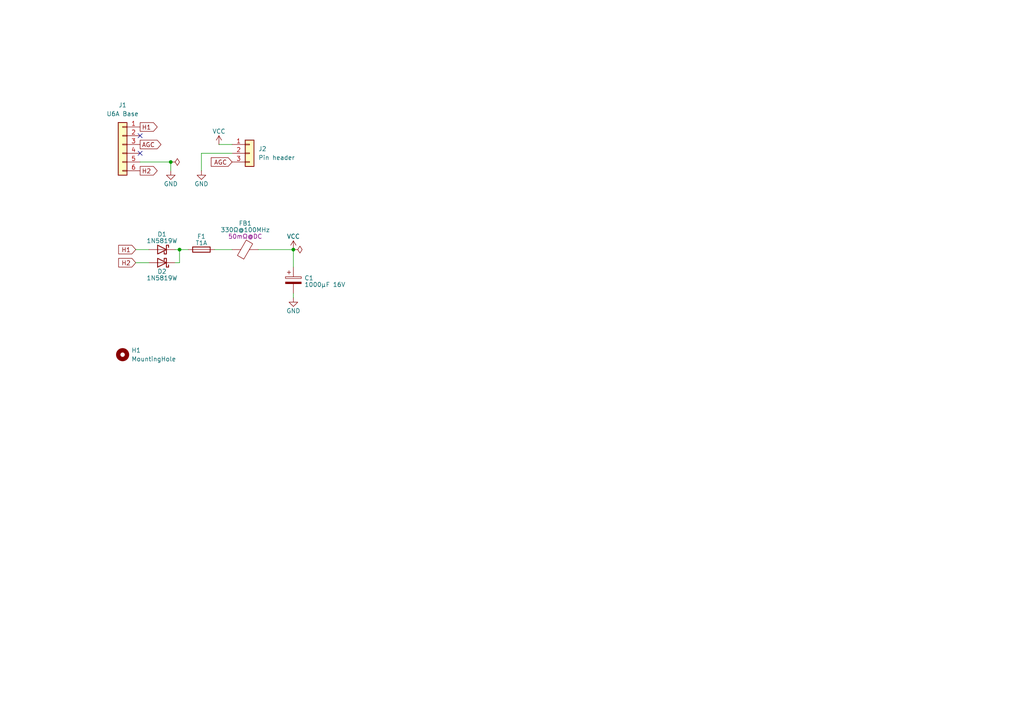
<source format=kicad_sch>
(kicad_sch (version 20231120) (generator "eeschema") (generator_version "8.0")
  (paper "A4")
  (lib_symbols
    (symbol "Connector_Generic:Conn_01x03" (pin_names (offset 1.016) hide)
      (property "Reference" "J" (at 0 5.08 0))
      (property "Value" "Conn_01x03" (at 0 -5.08 0))
      (symbol "Conn_01x03_1_1"
        (rectangle (start -1.27 -2.413) (end 0 -2.667) (stroke (width 0.1524)))
        (rectangle (start -1.27 0.127) (end 0 -0.127) (stroke (width 0.1524)))
        (rectangle (start -1.27 2.667) (end 0 2.413) (stroke (width 0.1524)))
        (rectangle (start -1.27 3.81) (end 1.27 -3.81) (stroke (width 0.254)) (fill (type background)))
        (pin passive line (at -5.08 2.54 0) (length 3.81) (name "Pin_1") (number "1"))
        (pin passive line (at -5.08 0 0) (length 3.81) (name "Pin_2") (number "2"))
        (pin passive line (at -5.08 -2.54 0) (length 3.81) (name "Pin_3") (number "3"))
      )
    )
    (symbol "Connector_Generic:Conn_01x06" (pin_names (offset 1.016) hide)
      (property "Reference" "J" (at 0 7.62 0))
      (property "Value" "Conn_01x06" (at 0 -10.16 0))
      (symbol "Conn_01x06_1_1"
        (rectangle (start -1.27 -7.493) (end 0 -7.747) (stroke (width 0.1524)))
        (rectangle (start -1.27 -4.953) (end 0 -5.207) (stroke (width 0.1524)))
        (rectangle (start -1.27 -2.413) (end 0 -2.667) (stroke (width 0.1524)))
        (rectangle (start -1.27 0.127) (end 0 -0.127) (stroke (width 0.1524)))
        (rectangle (start -1.27 2.667) (end 0 2.413) (stroke (width 0.1524)))
        (rectangle (start -1.27 5.207) (end 0 4.953) (stroke (width 0.1524)))
        (rectangle (start -1.27 6.35) (end 1.27 -8.89) (stroke (width 0.254)) (fill (type background)))
        (pin passive line (at -5.08 5.08 0) (length 3.81) (name "Pin_1") (number "1"))
        (pin passive line (at -5.08 2.54 0) (length 3.81) (name "Pin_2") (number "2"))
        (pin passive line (at -5.08 0 0) (length 3.81) (name "Pin_3") (number "3"))
        (pin passive line (at -5.08 -2.54 0) (length 3.81) (name "Pin_4") (number "4"))
        (pin passive line (at -5.08 -5.08 0) (length 3.81) (name "Pin_5") (number "5"))
        (pin passive line (at -5.08 -7.62 0) (length 3.81) (name "Pin_6") (number "6"))
      )
    )
    (symbol "Device:C_Polarized" (pin_numbers hide) (pin_names (offset 0.254))
      (property "Reference" "C" (at 0.635 2.54 0))
      (property "Value" "C_Polarized" (at 0.635 -2.54 0))
      (symbol "C_Polarized_0_1"
        (rectangle (start -2.286 0.508) (end 2.286 1.016))
        (polyline (pts (xy -1.778 2.286) (xy -0.762 2.286)))
        (polyline (pts (xy -1.27 2.794) (xy -1.27 1.778)))
        (rectangle (start 2.286 -0.508) (end -2.286 -1.016) (fill (type outline)))
      )
      (symbol "C_Polarized_1_1"
        (pin passive line (at 0 3.81 270) (length 2.794) (name "~") (number "1"))
        (pin passive line (at 0 -3.81 90) (length 2.794) (name "~") (number "2"))
      )
    )
    (symbol "Device:FerriteBead" (pin_numbers hide) (pin_names (offset 0))
      (property "Reference" "FB" (at -3.81 0.635 90))
      (property "Value" "FerriteBead" (at 3.81 0 90))
      (symbol "FerriteBead_0_1"
        (polyline (pts (xy 0 -1.27) (xy 0 -1.2192)))
        (polyline (pts (xy 0 1.27) (xy 0 1.2954)))
        (polyline (pts (xy -2.7686 0.4064) (xy -1.7018 2.2606) (xy 2.7686 -0.3048) (xy 1.6764 -2.159) (xy -2.7686 0.4064)))
      )
      (symbol "FerriteBead_1_1"
        (pin passive line (at 0 3.81 270) (length 2.54) (name "~") (number "1"))
        (pin passive line (at 0 -3.81 90) (length 2.54) (name "~") (number "2"))
      )
    )
    (symbol "Device:Fuse" (pin_numbers hide) (pin_names (offset 0))
      (property "Reference" "F" (at 2.032 0 90))
      (property "Value" "Fuse" (at -1.905 0 90))
      (symbol "Fuse_0_1"
        (rectangle (start -0.762 -2.54) (end 0.762 2.54) (stroke (width 0.254)))
        (polyline (pts (xy 0 2.54) (xy 0 -2.54)))
      )
      (symbol "Fuse_1_1"
        (pin passive line (at 0 3.81 270) (length 1.27) (name "~") (number "1"))
        (pin passive line (at 0 -3.81 90) (length 1.27) (name "~") (number "2"))
      )
    )
    (symbol "Diode:1N5819WS" (pin_numbers hide) (pin_names (offset 1.016) hide)
      (property "Reference" "D" (at 0 2.54 0))
      (property "Value" "1N5819WS" (at 0 -2.54 0))
      (symbol "1N5819WS_0_1"
        (polyline (pts (xy 1.27 0) (xy -1.27 0)))
        (polyline (pts (xy 1.27 1.27) (xy 1.27 -1.27) (xy -1.27 0) (xy 1.27 1.27)) (stroke (width 0.254)))
        (polyline (pts (xy -1.905 0.635) (xy -1.905 1.27) (xy -1.27 1.27) (xy -1.27 -1.27) (xy -0.635 -1.27) (xy -0.635 -0.635)) (stroke (width 0.254)))
      )
      (symbol "1N5819WS_1_1"
        (pin passive line (at -3.81 0 0) (length 2.54) (name "K") (number "1"))
        (pin passive line (at 3.81 0 180) (length 2.54) (name "A") (number "2"))
      )
    )
    (symbol "GND_1" (power) (pin_numbers hide) (pin_names (offset 0) hide)
      (property "Value" "GND" (at 0 -3.81 0))
      (symbol "GND_1_0_1"
        (polyline (pts (xy 0 0) (xy 0 -1.27) (xy 1.27 -1.27) (xy 0 -2.54) (xy -1.27 -1.27) (xy 0 -1.27)))
      )
      (symbol "GND_1_1_1"
        (pin power_in line (at 0 0 270) (length 0) (name "~") (number "1"))
      )
    )
    (symbol "Mechanical:MountingHole" (pin_names (offset 1.016)) (exclude_from_sim yes) (in_bom no)
      (property "Reference" "H" (at 0 5.08 0))
      (property "Value" "MountingHole" (at 0 3.175 0))
      (symbol "MountingHole_0_1"
        (circle (center 0 0) (radius 1.27) (stroke (width 1.27)))
      )
    )
    (symbol "VCC_1" (power) (pin_numbers hide) (pin_names (offset 0) hide)
      (property "Value" "VCC" (at 0 3.556 0))
      (symbol "VCC_1_0_1"
        (polyline (pts (xy -0.762 1.27) (xy 0 2.54)))
        (polyline (pts (xy 0 0) (xy 0 2.54)))
        (polyline (pts (xy 0 2.54) (xy 0.762 1.27)))
      )
      (symbol "VCC_1_1_1"
        (pin power_in line (at 0 0 90) (length 0) (name "~") (number "1"))
      )
    )
    (symbol "power:PWR_FLAG" (power) (pin_numbers hide) (pin_names (offset 0) hide)
      (property "Value" "PWR_FLAG" (at 0 3.81 0))
      (symbol "PWR_FLAG_0_0"
        (pin power_out line (at 0 0 90) (length 0) (name "~") (number "1"))
      )
      (symbol "PWR_FLAG_0_1"
        (polyline (pts (xy 0 0) (xy 0 1.27) (xy -1.016 1.905) (xy 0 2.54) (xy 1.016 1.905) (xy 0 1.27)))
      )
    )
    (symbol "power:VCC" (power) (pin_numbers hide) (pin_names (offset 0) hide)
      (property "Value" "VCC" (at 0 3.556 0))
      (symbol "VCC_0_1"
        (polyline (pts (xy -0.762 1.27) (xy 0 2.54)))
        (polyline (pts (xy 0 0) (xy 0 2.54)))
        (polyline (pts (xy 0 2.54) (xy 0.762 1.27)))
      )
      (symbol "VCC_1_1"
        (pin power_in line (at 0 0 90) (length 0) (name "~") (number "1"))
      )
    )
  )
  (junction (at 49.53 46.99))
  (junction (at 85.09 72.39))
  (junction (at 52.07 72.39))
  (no_connect (at 40.64 39.37))
  (no_connect (at 40.64 44.45))
  (wire (pts (xy 50.8 76.2) (xy 52.07 76.2)))
  (wire (pts (xy 39.37 72.39) (xy 43.18 72.39)))
  (wire (pts (xy 62.23 72.39) (xy 67.31 72.39)))
  (wire (pts (xy 74.93 72.39) (xy 85.09 72.39)))
  (wire (pts (xy 40.64 46.99) (xy 49.53 46.99)))
  (wire (pts (xy 52.07 72.39) (xy 54.61 72.39)))
  (wire (pts (xy 52.07 72.39) (xy 52.07 76.2)))
  (wire (pts (xy 85.09 85.09) (xy 85.09 86.36)))
  (wire (pts (xy 50.8 72.39) (xy 52.07 72.39)))
  (wire (pts (xy 85.09 72.39) (xy 85.09 77.47)))
  (wire (pts (xy 58.42 44.45) (xy 58.42 49.53)))
  (wire (pts (xy 58.42 44.45) (xy 67.31 44.45)))
  (wire (pts (xy 63.5 41.91) (xy 67.31 41.91)))
  (wire (pts (xy 49.53 46.99) (xy 49.53 49.53)))
  (wire (pts (xy 39.37 76.2) (xy 43.18 76.2)))
  (global_label "H1" (shape output) (at 40.64 36.83 0) (property "Intersheetrefs" "${INTERSHEET_REFS}" (effects (hide yes))))
  (global_label "AGC" (shape input) (at 67.31 46.99 180) (property "Intersheetrefs" "${INTERSHEET_REFS}" (effects (hide yes))))
  (global_label "H2" (shape output) (at 40.64 49.53 0) (property "Intersheetrefs" "${INTERSHEET_REFS}" (effects (hide yes))))
  (global_label "AGC" (shape output) (at 40.64 41.91 0) (property "Intersheetrefs" "${INTERSHEET_REFS}" (effects (hide yes))))
  (global_label "H1" (shape input) (at 39.37 72.39 180) (property "Intersheetrefs" "${INTERSHEET_REFS}" (effects (hide yes))))
  (global_label "H2" (shape input) (at 39.37 76.2 180) (property "Intersheetrefs" "${INTERSHEET_REFS}" (effects (hide yes))))
  (symbol (lib_id "Device:Fuse") (at 58.42 72.39 90) (unit 1)
    (property "Reference" "F1" (at 58.42 68.58 90))
    (property "Value" "T1A" (at 58.42 70.485 90))
    (property "Footprint" "Retronics_Passives:Fuse_1206_3216Metric" (effects (hide yes)))
  )
  (symbol (lib_id "power:PWR_FLAG") (at 85.09 72.39 270) (unit 1)
    (property "Reference" "#FLG02" (effects (hide yes)))
    (property "Value" "PWR_FLAG" (effects (hide yes)))
  )
  (symbol (lib_id "power:VCC") (at 85.09 72.39 0) (unit 1)
    (property "Reference" "#PWR04" (effects (hide yes)))
    (property "Value" "VCC" (at 85.09 68.58 0))
    (property "Description" "Power symbol creates a global label with name \"VCC\"" (effects (hide yes)))
  )
  (symbol (lib_id "Mechanical:MountingHole") (at 35.56 102.87 0) (unit 1) (exclude_from_sim yes) (in_bom no)
    (property "Reference" "H1" (at 38.1 101.5999 0) (effects (justify left)))
    (property "Value" "MountingHole" (at 38.1 104.1399 0) (effects (justify left)))
    (property "Footprint" "MountingHole:MountingHole_2.7mm_M2.5" (effects (hide yes)))
    (property "Description" "Mounting Hole without connection" (effects (hide yes)))
  )
  (symbol (lib_id "Device:C_Polarized") (at 85.09 81.28 0) (unit 1)
    (property "Reference" "C1" (at 88.265 80.645 0) (effects (justify left)))
    (property "Value" "1000µF 16V" (at 88.265 82.55 0) (effects (justify left)))
    (property "Footprint" "Retronics_Passives:CP_Radial_D8.0mm_P3.50mm_H21mm" (effects (hide yes)))
  )
  (symbol (lib_id "power:PWR_FLAG") (at 49.53 46.99 270) (unit 1)
    (property "Reference" "#FLG01" (effects (hide yes)))
    (property "Value" "PWR_FLAG" (effects (hide yes)))
    (property "Description" "Special symbol for telling ERC where power comes from" (effects (hide yes)))
  )
  (symbol (lib_id "Connector_Generic:Conn_01x06") (at 35.56 41.91 0) (mirror y) (unit 1)
    (property "Reference" "J1" (at 35.56 30.48 0))
    (property "Value" "U6A Base" (at 35.56 33.02 0))
    (property "Footprint" "Retronics_Connectors:U6A_Base" (effects (hide yes)))
    (property "Description" "Generic connector, single row, 01x06, script generated (kicad-library-utils/schlib/autogen/connector/)" (effects (hide yes)))
  )
  (symbol (lib_name "GND_1") (lib_id "power:GND") (at 49.53 49.53 0) (unit 1)
    (property "Reference" "#PWR02" (effects (hide yes)))
    (property "Value" "GND" (at 49.53 53.34 0))
    (property "Description" "Power symbol creates a global label with name \"GND\" , ground" (effects (hide yes)))
  )
  (symbol (lib_id "Diode:1N5819WS") (at 46.99 76.2 180) (unit 1)
    (property "Reference" "D2" (at 46.99 78.74 0))
    (property "Value" "1N5819W" (at 46.99 80.645 0))
    (property "Footprint" "Retronics_Discrete:D_SOD-323_HandSoldering" (effects (hide yes)))
    (property "Datasheet" "https://datasheet.lcsc.com/lcsc/2204281430_Guangdong-Hottech-1N5819WS_C191023.pdf" (effects (hide yes)))
  )
  (symbol (lib_name "GND_1") (lib_id "power:GND") (at 58.42 49.53 0) (unit 1)
    (property "Reference" "#PWR03" (effects (hide yes)))
    (property "Value" "GND" (at 58.42 53.34 0))
    (property "Description" "Power symbol creates a global label with name \"GND\" , ground" (effects (hide yes)))
  )
  (symbol (lib_name "GND_1") (lib_id "power:GND") (at 85.09 86.36 0) (unit 1)
    (property "Reference" "#PWR05" (effects (hide yes)))
    (property "Value" "GND" (at 85.09 90.17 0))
    (property "Description" "Power symbol creates a global label with name \"GND\" , ground" (effects (hide yes)))
  )
  (symbol (lib_id "Connector_Generic:Conn_01x03") (at 72.39 44.45 0) (unit 1)
    (property "Reference" "J2" (at 74.93 43.1799 0) (effects (justify left)))
    (property "Value" "Pin header" (at 74.93 45.7199 0) (effects (justify left)))
    (property "Footprint" "Retronics_Connectors:PinSocket_1x03_P2.54mm_Vertical" (effects (hide yes)))
    (property "Description" "Generic connector, single row, 01x03, script generated (kicad-library-utils/schlib/autogen/connector/)" (effects (hide yes)))
  )
  (symbol (lib_id "Device:FerriteBead") (at 71.12 72.39 90) (unit 1)
    (property "Reference" "FB1" (at 71.12 64.77 90))
    (property "Value" "330Ω@100MHz" (at 71.12 66.675 90))
    (property "Footprint" "Retronics_Passives:L_0805_2012Metric_Pad1.15x1.40mm_HandSolder" (effects (hide yes)))
    (property "Comments" "50mΩ@DC" (at 71.12 68.58 90))
  )
  (symbol (lib_name "VCC_1") (lib_id "power:VCC") (at 63.5 41.91 0) (unit 1)
    (property "Reference" "#PWR01" (effects (hide yes)))
    (property "Value" "VCC" (at 63.5 38.1 0))
    (property "Description" "Power symbol creates a global label with name \"VCC\"" (effects (hide yes)))
  )
  (symbol (lib_id "Diode:1N5819WS") (at 46.99 72.39 0) (mirror y) (unit 1)
    (property "Reference" "D1" (at 46.99 67.945 0))
    (property "Value" "1N5819W" (at 46.99 69.85 0))
    (property "Footprint" "Retronics_Discrete:D_SOD-323_HandSoldering" (effects (hide yes)))
    (property "Datasheet" "https://datasheet.lcsc.com/lcsc/2204281430_Guangdong-Hottech-1N5819WS_C191023.pdf" (effects (hide yes)))
  )
)
</source>
